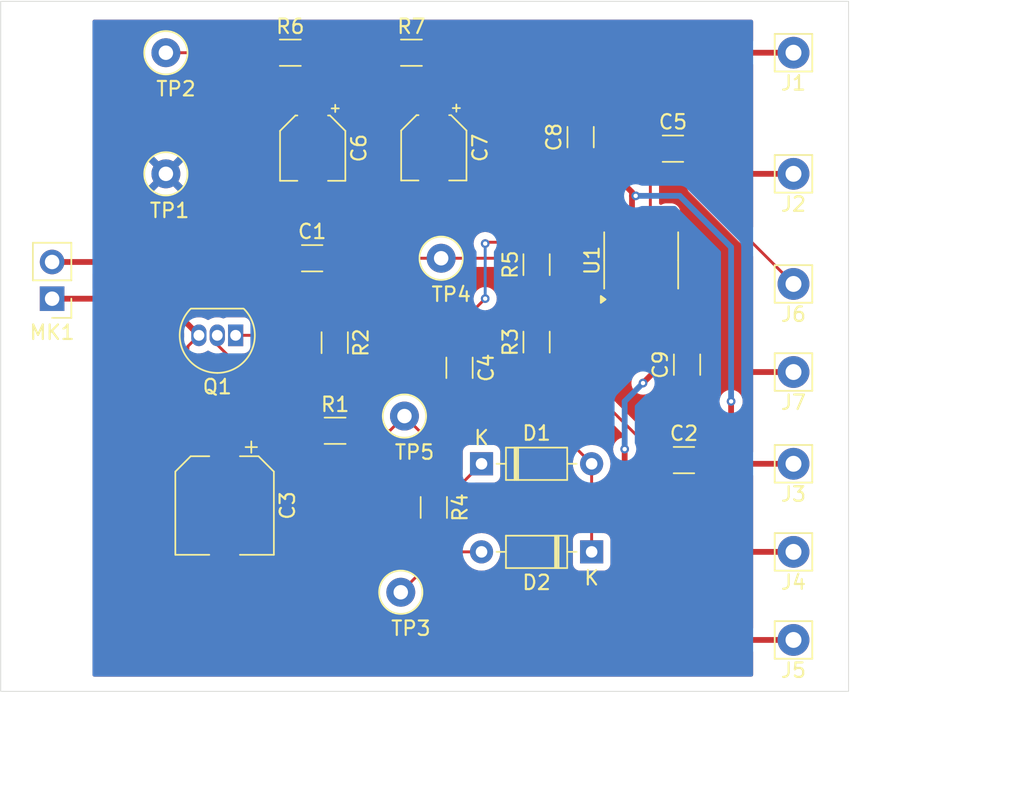
<source format=kicad_pcb>
(kicad_pcb (version 20240108) (generator "pcbnew") (generator_version "8.0")
  (layers (0 "F.Cu" signal) (31 "B.Cu" signal) (34 "B.Paste" user) (35 "F.Paste" user) (36 "B.SilkS" user "B.Silkscreen") (37 "F.SilkS" user "F.Silkscreen") (38 "B.Mask" user) (39 "F.Mask" user) (44 "Edge.Cuts" user))
  (net 0 "")
  (net 1 "Net-(Q1-C)")
  (net 2 "Net-(MK1-+)")
  (net 3 "GND")
  (net 4 "Net-(C2-Pad1)")
  (net 5 "Net-(D2-A)")
  (net 6 "Net-(D1-K)")
  (net 7 "Net-(D1-A)")
  (net 8 "Net-(C4-Pad1)")
  (net 9 "Net-(J6-Pin_1)")
  (net 10 "Net-(C6-Pad1)")
  (net 11 "+5V")
  (net 12 "+VDC")
  (net 13 "-VDC")
  (net 14 "Net-(Q1-B)")
  (net 15 "Net-(U1--)")
  (footprint "Diode_THT:D_DO-35_SOD27_P7.62mm_Horizontal" (layer "F.Cu") (at 103.124 62.992)
    (property "Reference" "D1" (at 3.81 -2.12 0) (layer "F.SilkS"))
    (property "Value" "1N4148")
    (fp_line (start 1.04 0) (end 1.69 0) (stroke (width 0.12)) (layer "F.SilkS"))
    (fp_line (start 1.69 -1.12) (end 1.69 1.12) (stroke (width 0.12)) (layer "F.SilkS"))
    (fp_line (start 1.69 1.12) (end 5.93 1.12) (stroke (width 0.12)) (layer "F.SilkS"))
    (fp_line (start 2.29 -1.12) (end 2.29 1.12) (stroke (width 0.12)) (layer "F.SilkS"))
    (fp_line (start 2.41 -1.12) (end 2.41 1.12) (stroke (width 0.12)) (layer "F.SilkS"))
    (fp_line (start 2.53 -1.12) (end 2.53 1.12) (stroke (width 0.12)) (layer "F.SilkS"))
    (fp_line (start 5.93 -1.12) (end 1.69 -1.12) (stroke (width 0.12)) (layer "F.SilkS"))
    (fp_line (start 5.93 1.12) (end 5.93 -1.12) (stroke (width 0.12)) (layer "F.SilkS"))
    (fp_line (start 6.58 0) (end 5.93 0) (stroke (width 0.12)) (layer "F.SilkS"))
    (fp_text user "K" (at 0 -1.8 0) (layer "F.SilkS"))
    (pad "1" thru_hole rect (at 0 0) (size 1.6 1.6) (drill 0.8) (layers "*.Cu" "*.Mask") (net 6 "Net-(D1-K)"))
    (pad "2" thru_hole oval (at 7.62 0) (size 1.6 1.6) (drill 0.8) (layers "*.Cu" "*.Mask") (net 7 "Net-(D1-A)"))
  )
  (footprint "Connector_Pin:Pin_D1.1mm_L8.5mm_W2.5mm_FlatFork" (layer "F.Cu") (at 124.714 69.088)
    (property "Reference" "J4" (at 0 2.1 0) (layer "F.SilkS"))
    (property "Value" "GND VDC")
    (fp_line (start -1.3 -1.3) (end 1.3 -1.3) (stroke (width 0.12)) (layer "F.SilkS"))
    (fp_line (start -1.3 1.3) (end -1.3 -1.3) (stroke (width 0.12)) (layer "F.SilkS"))
    (fp_line (start -1.3 1.3) (end 1.3 1.3) (stroke (width 0.12)) (layer "F.SilkS"))
    (fp_line (start 1.3 -1.3) (end 1.3 1.3) (stroke (width 0.12)) (layer "F.SilkS"))
    (pad "1" thru_hole circle (at 0 0) (size 2.2 2.2) (drill 1.1) (layers "*.Cu" "*.Mask") (net 3 "GND"))
  )
  (footprint "Connector_PinHeader_2.54mm:PinHeader_1x02_P2.54mm_Vertical" (layer "F.Cu") (at 73.406 51.567 180)
    (property "Reference" "MK1" (at 0 -2.33 0) (layer "F.SilkS"))
    (property "Value" "~")
    (fp_line (start 1.33 1.27) (end 1.33 3.87) (stroke (width 0.12)) (layer "F.SilkS"))
    (fp_line (start -1.33 3.87) (end 1.33 3.87) (stroke (width 0.12)) (layer "F.SilkS"))
    (fp_line (start -1.33 1.27) (end 1.33 1.27) (stroke (width 0.12)) (layer "F.SilkS"))
    (fp_line (start -1.33 1.27) (end -1.33 3.87) (stroke (width 0.12)) (layer "F.SilkS"))
    (fp_line (start -1.33 0) (end -1.33 -1.33) (stroke (width 0.12)) (layer "F.SilkS"))
    (fp_line (start -1.33 -1.33) (end 0 -1.33) (stroke (width 0.12)) (layer "F.SilkS"))
    (pad "1" thru_hole rect (at 0 0 180) (size 1.7 1.7) (drill 1) (layers "*.Cu" "*.Mask") (net 5 "Net-(D2-A)"))
    (pad "2" thru_hole oval (at 0 2.54 180) (size 1.7 1.7) (drill 1) (layers "*.Cu" "*.Mask") (net 2 "Net-(MK1-+)"))
  )
  (footprint "TestPoint:TestPoint_Loop_D2.50mm_Drill1.0mm" (layer "F.Cu") (at 100.33 48.768)
    (property "Reference" "TP4" (at 0.7 2.5 0) (layer "F.SilkS"))
    (property "Value" "MK +")
    (fp_circle (center 0 0) (end 1.5 0) (stroke (width 0.12)) (fill none) (layer "F.SilkS"))
    (pad "1" thru_hole circle (at 0 0) (size 2 2) (drill 1) (layers "*.Cu" "*.Mask") (net 1 "Net-(Q1-C)"))
  )
  (footprint "Resistor_SMD:R_1206_3216Metric_Pad1.30x1.75mm_HandSolder" (layer "F.Cu") (at 99.822 66.014 -90)
    (property "Reference" "R4" (at 0 -1.82 90) (layer "F.SilkS"))
    (property "Value" "10k")
    (fp_line (start -0.727064 0.91) (end 0.727064 0.91) (stroke (width 0.12)) (layer "F.SilkS"))
    (fp_line (start -0.727064 -0.91) (end 0.727064 -0.91) (stroke (width 0.12)) (layer "F.SilkS"))
    (pad "1" smd roundrect (at -1.55 0 270) (size 1.3 1.75) (layers "F.Cu" "F.Paste" "F.Mask") (roundrect_rratio 0.192308) (net 6 "Net-(D1-K)"))
    (pad "2" smd roundrect (at 1.55 0 270) (size 1.3 1.75) (layers "F.Cu" "F.Paste" "F.Mask") (roundrect_rratio 0.192308) (net 5 "Net-(D2-A)"))
  )
  (footprint "Capacitor_SMD:C_1206_3216Metric_Pad1.33x1.80mm_HandSolder" (layer "F.Cu") (at 116.3705 41.1865)
    (property "Reference" "C5" (at 0 -1.85 0) (layer "F.SilkS"))
    (property "Value" "2.2uF")
    (fp_line (start -0.711252 -0.91) (end 0.711252 -0.91) (stroke (width 0.12)) (layer "F.SilkS"))
    (fp_line (start -0.711252 0.91) (end 0.711252 0.91) (stroke (width 0.12)) (layer "F.SilkS"))
    (pad "1" smd roundrect (at -1.5625 0) (size 1.325 1.8) (layers "F.Cu" "F.Paste" "F.Mask") (roundrect_rratio 0.188679) (net 8 "Net-(C4-Pad1)"))
    (pad "2" smd roundrect (at 1.5625 0) (size 1.325 1.8) (layers "F.Cu" "F.Paste" "F.Mask") (roundrect_rratio 0.188679) (net 9 "Net-(J6-Pin_1)"))
  )
  (footprint "TestPoint:TestPoint_Loop_D2.50mm_Drill1.0mm" (layer "F.Cu") (at 81.28 34.544)
    (property "Reference" "TP2" (at 0.7 2.5 0) (layer "F.SilkS"))
    (property "Value" "MK Power")
    (fp_circle (center 0 0) (end 1.5 0) (stroke (width 0.12)) (fill none) (layer "F.SilkS"))
    (pad "1" thru_hole circle (at 0 0) (size 2 2) (drill 1) (layers "*.Cu" "*.Mask") (net 2 "Net-(MK1-+)"))
  )
  (footprint "TestPoint:TestPoint_Loop_D2.50mm_Drill1.0mm" (layer "F.Cu") (at 97.536 71.882)
    (property "Reference" "TP3" (at 0.7 2.5 0) (layer "F.SilkS"))
    (property "Value" "MK -")
    (fp_circle (center 0 0) (end 1.5 0) (stroke (width 0.12)) (fill none) (layer "F.SilkS"))
    (pad "1" thru_hole circle (at 0 0) (size 2 2) (drill 1) (layers "*.Cu" "*.Mask") (net 5 "Net-(D2-A)"))
  )
  (footprint "Resistor_SMD:R_1206_3216Metric_Pad1.30x1.75mm_HandSolder" (layer "F.Cu") (at 106.934 49.2115 90)
    (property "Reference" "R5" (at 0 -1.82 90) (layer "F.SilkS"))
    (property "Value" "1M")
    (fp_line (start -0.727064 -0.91) (end 0.727064 -0.91) (stroke (width 0.12)) (layer "F.SilkS"))
    (fp_line (start -0.727064 0.91) (end 0.727064 0.91) (stroke (width 0.12)) (layer "F.SilkS"))
    (pad "1" smd roundrect (at -1.55 0 90) (size 1.3 1.75) (layers "F.Cu" "F.Paste" "F.Mask") (roundrect_rratio 0.192308) (net 15 "Net-(U1--)"))
    (pad "2" smd roundrect (at 1.55 0 90) (size 1.3 1.75) (layers "F.Cu" "F.Paste" "F.Mask") (roundrect_rratio 0.192308) (net 8 "Net-(C4-Pad1)"))
  )
  (footprint "Capacitor_SMD:C_1206_3216Metric_Pad1.33x1.80mm_HandSolder" (layer "F.Cu") (at 117.1325 62.738)
    (property "Reference" "C2" (at 0 -1.85 0) (layer "F.SilkS"))
    (property "Value" "2.2uF")
    (fp_line (start -0.711252 -0.91) (end 0.711252 -0.91) (stroke (width 0.12)) (layer "F.SilkS"))
    (fp_line (start -0.711252 0.91) (end 0.711252 0.91) (stroke (width 0.12)) (layer "F.SilkS"))
    (pad "1" smd roundrect (at -1.5625 0) (size 1.325 1.8) (layers "F.Cu" "F.Paste" "F.Mask") (roundrect_rratio 0.188679) (net 4 "Net-(C2-Pad1)"))
    (pad "2" smd roundrect (at 1.5625 0) (size 1.325 1.8) (layers "F.Cu" "F.Paste" "F.Mask") (roundrect_rratio 0.188679) (net 3 "GND"))
  )
  (footprint "Connector_Pin:Pin_D1.1mm_L8.5mm_W2.5mm_FlatFork" (layer "F.Cu") (at 124.714 50.546)
    (property "Reference" "J6" (at 0 2.1 0) (layer "F.SilkS"))
    (property "Value" "Output")
    (fp_line (start -1.3 -1.3) (end 1.3 -1.3) (stroke (width 0.12)) (layer "F.SilkS"))
    (fp_line (start -1.3 1.3) (end -1.3 -1.3) (stroke (width 0.12)) (layer "F.SilkS"))
    (fp_line (start -1.3 1.3) (end 1.3 1.3) (stroke (width 0.12)) (layer "F.SilkS"))
    (fp_line (start 1.3 -1.3) (end 1.3 1.3) (stroke (width 0.12)) (layer "F.SilkS"))
    (pad "1" thru_hole circle (at 0 0) (size 2.2 2.2) (drill 1.1) (layers "*.Cu" "*.Mask") (net 9 "Net-(J6-Pin_1)"))
  )
  (footprint "Capacitor_SMD:C_1206_3216Metric_Pad1.33x1.80mm_HandSolder" (layer "F.Cu") (at 101.6 56.3495 -90)
    (property "Reference" "C4" (at 0 -1.85 90) (layer "F.SilkS"))
    (property "Value" "2.2uF")
    (fp_line (start -0.711252 0.91) (end 0.711252 0.91) (stroke (width 0.12)) (layer "F.SilkS"))
    (fp_line (start -0.711252 -0.91) (end 0.711252 -0.91) (stroke (width 0.12)) (layer "F.SilkS"))
    (pad "1" smd roundrect (at -1.5625 0 270) (size 1.325 1.8) (layers "F.Cu" "F.Paste" "F.Mask") (roundrect_rratio 0.188679) (net 8 "Net-(C4-Pad1)"))
    (pad "2" smd roundrect (at 1.5625 0 270) (size 1.325 1.8) (layers "F.Cu" "F.Paste" "F.Mask") (roundrect_rratio 0.188679) (net 7 "Net-(D1-A)"))
  )
  (footprint "TestPoint:TestPoint_Loop_D2.50mm_Drill1.0mm" (layer "F.Cu") (at 81.28 42.926)
    (property "Reference" "TP1" (at 0.254 2.54 0) (layer "F.SilkS"))
    (property "Value" "MK Power GND")
    (fp_circle (center 0 0) (end 1.5 0) (stroke (width 0.12)) (fill none) (layer "F.SilkS"))
    (pad "1" thru_hole circle (at 0 0) (size 2 2) (drill 1) (layers "*.Cu" "*.Mask") (net 3 "GND"))
  )
  (footprint "Capacitor_SMD:CP_Elec_4x5.4" (layer "F.Cu") (at 99.822 41.126 -90)
    (property "Reference" "C7" (at 0 -3.2 90) (layer "F.SilkS"))
    (property "Value" "2.2uF")
    (fp_line (start -1.195563 2.26) (end 2.26 2.26) (stroke (width 0.12)) (layer "F.SilkS"))
    (fp_line (start 2.26 2.26) (end 2.26 1.06) (stroke (width 0.12)) (layer "F.SilkS"))
    (fp_line (start -2.26 1.195563) (end -1.195563 2.26) (stroke (width 0.12)) (layer "F.SilkS"))
    (fp_line (start -2.26 1.195563) (end -2.26 1.06) (stroke (width 0.12)) (layer "F.SilkS"))
    (fp_line (start -2.26 -1.195563) (end -2.26 -1.06) (stroke (width 0.12)) (layer "F.SilkS"))
    (fp_line (start -2.26 -1.195563) (end -1.195563 -2.26) (stroke (width 0.12)) (layer "F.SilkS"))
    (fp_line (start -3 -1.56) (end -2.5 -1.56) (stroke (width 0.12)) (layer "F.SilkS"))
    (fp_line (start -2.75 -1.81) (end -2.75 -1.31) (stroke (width 0.12)) (layer "F.SilkS"))
    (fp_line (start -1.195563 -2.26) (end 2.26 -2.26) (stroke (width 0.12)) (layer "F.SilkS"))
    (fp_line (start 2.26 -2.26) (end 2.26 -1.06) (stroke (width 0.12)) (layer "F.SilkS"))
    (pad "1" smd roundrect (at -1.8 0 270) (size 2.6 1.6) (layers "F.Cu" "F.Paste" "F.Mask") (roundrect_rratio 0.15625) (net 11 "+5V"))
    (pad "2" smd roundrect (at 1.8 0 270) (size 2.6 1.6) (layers "F.Cu" "F.Paste" "F.Mask") (roundrect_rratio 0.15625) (net 3 "GND"))
  )
  (footprint "Connector_Pin:Pin_D1.1mm_L8.5mm_W2.5mm_FlatFork" (layer "F.Cu") (at 124.714 42.926)
    (property "Reference" "J2" (at 0 2.1 0) (layer "F.SilkS"))
    (property "Value" "GND")
    (fp_line (start -1.3 -1.3) (end 1.3 -1.3) (stroke (width 0.12)) (layer "F.SilkS"))
    (fp_line (start -1.3 1.3) (end -1.3 -1.3) (stroke (width 0.12)) (layer "F.SilkS"))
    (fp_line (start -1.3 1.3) (end 1.3 1.3) (stroke (width 0.12)) (layer "F.SilkS"))
    (fp_line (start 1.3 -1.3) (end 1.3 1.3) (stroke (width 0.12)) (layer "F.SilkS"))
    (pad "1" thru_hole circle (at 0 0) (size 2.2 2.2) (drill 1.1) (layers "*.Cu" "*.Mask") (net 3 "GND"))
  )
  (footprint "Package_SO:SOIC-8_3.9x4.9mm_P1.27mm" (layer "F.Cu") (at 114.173 48.9185 90)
    (property "Reference" "U1" (at 0 -3.4 90) (layer "F.SilkS"))
    (property "Value" "CA3140")
    (fp_line (start 0 -2.56) (end 1.95 -2.56) (stroke (width 0.12)) (layer "F.SilkS"))
    (fp_line (start 0 -2.56) (end -1.95 -2.56) (stroke (width 0.12)) (layer "F.SilkS"))
    (fp_line (start 0 2.56) (end 1.95 2.56) (stroke (width 0.12)) (layer "F.SilkS"))
    (fp_line (start 0 2.56) (end -1.95 2.56) (stroke (width 0.12)) (layer "F.SilkS"))
    (fp_poly (pts (xy -2.7 -2.465) (xy -2.94 -2.795) (xy -2.46 -2.795) (xy -2.7 -2.465)) (stroke (width 0.12)) (fill solid) (layer "F.SilkS"))
    (pad "1" smd roundrect (at -2.475 -1.905 90) (size 1.95 0.6) (layers "F.Cu" "F.Paste" "F.Mask"))
    (pad "2" smd roundrect (at -2.475 -0.635 90) (size 1.95 0.6) (layers "F.Cu" "F.Paste" "F.Mask") (net 15 "Net-(U1--)"))
    (pad "3" smd roundrect (at -2.475 0.635 90) (size 1.95 0.6) (layers "F.Cu" "F.Paste" "F.Mask") (net 1 "Net-(Q1-C)"))
    (pad "4" smd roundrect (at -2.475 1.905 90) (size 1.95 0.6) (layers "F.Cu" "F.Paste" "F.Mask") (net 13 "-VDC"))
    (pad "5" smd roundrect (at 2.475 1.905 90) (size 1.95 0.6) (layers "F.Cu" "F.Paste" "F.Mask"))
    (pad "6" smd roundrect (at 2.475 0.635 90) (size 1.95 0.6) (layers "F.Cu" "F.Paste" "F.Mask") (net 8 "Net-(C4-Pad1)"))
    (pad "7" smd roundrect (at 2.475 -0.635 90) (size 1.95 0.6) (layers "F.Cu" "F.Paste" "F.Mask") (net 12 "+VDC"))
    (pad "8" smd roundrect (at 2.475 -1.905 90) (size 1.95 0.6) (layers "F.Cu" "F.Paste" "F.Mask"))
  )
  (footprint "Capacitor_SMD:C_1206_3216Metric_Pad1.33x1.80mm_HandSolder" (layer "F.Cu") (at 109.982 40.386 90)
    (property "Reference" "C8" (at 0 -1.85 90) (layer "F.SilkS"))
    (property "Value" "0.1uF")
    (fp_line (start -0.711252 -0.91) (end 0.711252 -0.91) (stroke (width 0.12)) (layer "F.SilkS"))
    (fp_line (start -0.711252 0.91) (end 0.711252 0.91) (stroke (width 0.12)) (layer "F.SilkS"))
    (pad "1" smd roundrect (at -1.5625 0 90) (size 1.325 1.8) (layers "F.Cu" "F.Paste" "F.Mask") (roundrect_rratio 0.188679) (net 12 "+VDC"))
    (pad "2" smd roundrect (at 1.5625 0 90) (size 1.325 1.8) (layers "F.Cu" "F.Paste" "F.Mask") (roundrect_rratio 0.188679) (net 3 "GND"))
  )
  (footprint "Connector_Pin:Pin_D1.1mm_L8.5mm_W2.5mm_FlatFork" (layer "F.Cu") (at 124.714 34.544)
    (property "Reference" "J1" (at 0 2.1 0) (layer "F.SilkS"))
    (property "Value" "5V")
    (fp_line (start -1.3 -1.3) (end 1.3 -1.3) (stroke (width 0.12)) (layer "F.SilkS"))
    (fp_line (start -1.3 1.3) (end -1.3 -1.3) (stroke (width 0.12)) (layer "F.SilkS"))
    (fp_line (start -1.3 1.3) (end 1.3 1.3) (stroke (width 0.12)) (layer "F.SilkS"))
    (fp_line (start 1.3 -1.3) (end 1.3 1.3) (stroke (width 0.12)) (layer "F.SilkS"))
    (pad "1" thru_hole circle (at 0 0) (size 2.2 2.2) (drill 1.1) (layers "*.Cu" "*.Mask") (net 11 "+5V"))
  )
  (footprint "Connector_Pin:Pin_D1.1mm_L8.5mm_W2.5mm_FlatFork" (layer "F.Cu") (at 124.714 62.992)
    (property "Reference" "J3" (at 0 2.1 0) (layer "F.SilkS"))
    (property "Value" "+VDC")
    (fp_line (start -1.3 -1.3) (end 1.3 -1.3) (stroke (width 0.12)) (layer "F.SilkS"))
    (fp_line (start -1.3 1.3) (end -1.3 -1.3) (stroke (width 0.12)) (layer "F.SilkS"))
    (fp_line (start -1.3 1.3) (end 1.3 1.3) (stroke (width 0.12)) (layer "F.SilkS"))
    (fp_line (start 1.3 -1.3) (end 1.3 1.3) (stroke (width 0.12)) (layer "F.SilkS"))
    (pad "1" thru_hole circle (at 0 0) (size 2.2 2.2) (drill 1.1) (layers "*.Cu" "*.Mask") (net 12 "+VDC"))
  )
  (footprint "Resistor_SMD:R_1206_3216Metric_Pad1.30x1.75mm_HandSolder" (layer "F.Cu") (at 106.934 54.5715 90)
    (property "Reference" "R3" (at 0 -1.82 90) (layer "F.SilkS"))
    (property "Value" "3.3k")
    (fp_line (start -0.727064 -0.91) (end 0.727064 -0.91) (stroke (width 0.12)) (layer "F.SilkS"))
    (fp_line (start -0.727064 0.91) (end 0.727064 0.91) (stroke (width 0.12)) (layer "F.SilkS"))
    (pad "1" smd roundrect (at -1.55 0 90) (size 1.3 1.75) (layers "F.Cu" "F.Paste" "F.Mask") (roundrect_rratio 0.192308) (net 4 "Net-(C2-Pad1)"))
    (pad "2" smd roundrect (at 1.55 0 90) (size 1.3 1.75) (layers "F.Cu" "F.Paste" "F.Mask") (roundrect_rratio 0.192308) (net 15 "Net-(U1--)"))
  )
  (footprint "Capacitor_SMD:CP_Elec_6.3x7.7" (layer "F.Cu") (at 85.344 65.88 -90)
    (property "Reference" "C3" (at 0 -4.35 90) (layer "F.SilkS"))
    (property "Value" "47uF")
    (fp_line (start -2.345563 3.41) (end 3.41 3.41) (stroke (width 0.12)) (layer "F.SilkS"))
    (fp_line (start 3.41 3.41) (end 3.41 1.06) (stroke (width 0.12)) (layer "F.SilkS"))
    (fp_line (start -3.41 2.345563) (end -2.345563 3.41) (stroke (width 0.12)) (layer "F.SilkS"))
    (fp_line (start -3.41 2.345563) (end -3.41 1.06) (stroke (width 0.12)) (layer "F.SilkS"))
    (fp_line (start -4.4375 -1.8475) (end -3.65 -1.8475) (stroke (width 0.12)) (layer "F.SilkS"))
    (fp_line (start -4.04375 -2.24125) (end -4.04375 -1.45375) (stroke (width 0.12)) (layer "F.SilkS"))
    (fp_line (start -3.41 -2.345563) (end -3.41 -1.06) (stroke (width 0.12)) (layer "F.SilkS"))
    (fp_line (start -3.41 -2.345563) (end -2.345563 -3.41) (stroke (width 0.12)) (layer "F.SilkS"))
    (fp_line (start -2.345563 -3.41) (end 3.41 -3.41) (stroke (width 0.12)) (layer "F.SilkS"))
    (fp_line (start 3.41 -3.41) (end 3.41 -1.06) (stroke (width 0.12)) (layer "F.SilkS"))
    (pad "1" smd roundrect (at -2.7 0 270) (size 3.5 1.6) (layers "F.Cu" "F.Paste" "F.Mask") (roundrect_rratio 0.15625) (net 6 "Net-(D1-K)"))
    (pad "2" smd roundrect (at 2.7 0 270) (size 3.5 1.6) (layers "F.Cu" "F.Paste" "F.Mask") (roundrect_rratio 0.15625) (net 5 "Net-(D2-A)"))
  )
  (footprint "Capacitor_SMD:CP_Elec_4x5.4" (layer "F.Cu") (at 91.44 41.148 -90)
    (property "Reference" "C6" (at 0 -3.2 90) (layer "F.SilkS"))
    (property "Value" "2.2uF")
    (fp_line (start -1.195563 2.26) (end 2.26 2.26) (stroke (width 0.12)) (layer "F.SilkS"))
    (fp_line (start 2.26 2.26) (end 2.26 1.06) (stroke (width 0.12)) (layer "F.SilkS"))
    (fp_line (start -2.26 1.195563) (end -1.195563 2.26) (stroke (width 0.12)) (layer "F.SilkS"))
    (fp_line (start -2.26 1.195563) (end -2.26 1.06) (stroke (width 0.12)) (layer "F.SilkS"))
    (fp_line (start -2.26 -1.195563) (end -2.26 -1.06) (stroke (width 0.12)) (layer "F.SilkS"))
    (fp_line (start -2.26 -1.195563) (end -1.195563 -2.26) (stroke (width 0.12)) (layer "F.SilkS"))
    (fp_line (start -3 -1.56) (end -2.5 -1.56) (stroke (width 0.12)) (layer "F.SilkS"))
    (fp_line (start -2.75 -1.81) (end -2.75 -1.31) (stroke (width 0.12)) (layer "F.SilkS"))
    (fp_line (start -1.195563 -2.26) (end 2.26 -2.26) (stroke (width 0.12)) (layer "F.SilkS"))
    (fp_line (start 2.26 -2.26) (end 2.26 -1.06) (stroke (width 0.12)) (layer "F.SilkS"))
    (pad "1" smd roundrect (at -1.8 0 270) (size 2.6 1.6) (layers "F.Cu" "F.Paste" "F.Mask") (roundrect_rratio 0.15625) (net 10 "Net-(C6-Pad1)"))
    (pad "2" smd roundrect (at 1.8 0 270) (size 2.6 1.6) (layers "F.Cu" "F.Paste" "F.Mask") (roundrect_rratio 0.15625) (net 3 "GND"))
  )
  (footprint "Connector_Pin:Pin_D1.1mm_L8.5mm_W2.5mm_FlatFork" (layer "F.Cu") (at 124.714 56.642)
    (property "Reference" "J7" (at 0 2.1 0) (layer "F.SilkS"))
    (property "Value" "GND Output")
    (fp_line (start -1.3 -1.3) (end 1.3 -1.3) (stroke (width 0.12)) (layer "F.SilkS"))
    (fp_line (start -1.3 1.3) (end -1.3 -1.3) (stroke (width 0.12)) (layer "F.SilkS"))
    (fp_line (start -1.3 1.3) (end 1.3 1.3) (stroke (width 0.12)) (layer "F.SilkS"))
    (fp_line (start 1.3 -1.3) (end 1.3 1.3) (stroke (width 0.12)) (layer "F.SilkS"))
    (pad "1" thru_hole circle (at 0 0) (size 2.2 2.2) (drill 1.1) (layers "*.Cu" "*.Mask") (net 3 "GND"))
  )
  (footprint "Connector_Pin:Pin_D1.1mm_L8.5mm_W2.5mm_FlatFork" (layer "F.Cu") (at 124.714 75.184)
    (property "Reference" "J5" (at 0 2.1 0) (layer "F.SilkS"))
    (property "Value" "-VDC")
    (fp_line (start -1.3 -1.3) (end 1.3 -1.3) (stroke (width 0.12)) (layer "F.SilkS"))
    (fp_line (start -1.3 1.3) (end -1.3 -1.3) (stroke (width 0.12)) (layer "F.SilkS"))
    (fp_line (start -1.3 1.3) (end 1.3 1.3) (stroke (width 0.12)) (layer "F.SilkS"))
    (fp_line (start 1.3 -1.3) (end 1.3 1.3) (stroke (width 0.12)) (layer "F.SilkS"))
    (pad "1" thru_hole circle (at 0 0) (size 2.2 2.2) (drill 1.1) (layers "*.Cu" "*.Mask") (net 13 "-VDC"))
  )
  (footprint "Resistor_SMD:R_1206_3216Metric_Pad1.30x1.75mm_HandSolder" (layer "F.Cu") (at 92.964 54.61 -90)
    (property "Reference" "R2" (at 0 -1.82 90) (layer "F.SilkS"))
    (property "Value" "100k")
    (fp_line (start -0.727064 0.91) (end 0.727064 0.91) (stroke (width 0.12)) (layer "F.SilkS"))
    (fp_line (start -0.727064 -0.91) (end 0.727064 -0.91) (stroke (width 0.12)) (layer "F.SilkS"))
    (pad "1" smd roundrect (at -1.55 0 270) (size 1.3 1.75) (layers "F.Cu" "F.Paste" "F.Mask") (roundrect_rratio 0.192308) (net 1 "Net-(Q1-C)"))
    (pad "2" smd roundrect (at 1.55 0 270) (size 1.3 1.75) (layers "F.Cu" "F.Paste" "F.Mask") (roundrect_rratio 0.192308) (net 3 "GND"))
  )
  (footprint "Capacitor_SMD:C_1206_3216Metric_Pad1.33x1.80mm_HandSolder" (layer "F.Cu") (at 117.348 56.134 90)
    (property "Reference" "C9" (at 0 -1.85 90) (layer "F.SilkS"))
    (property "Value" "0.1uF")
    (fp_line (start -0.711252 -0.91) (end 0.711252 -0.91) (stroke (width 0.12)) (layer "F.SilkS"))
    (fp_line (start -0.711252 0.91) (end 0.711252 0.91) (stroke (width 0.12)) (layer "F.SilkS"))
    (pad "1" smd roundrect (at -1.5625 0 90) (size 1.325 1.8) (layers "F.Cu" "F.Paste" "F.Mask") (roundrect_rratio 0.188679) (net 3 "GND"))
    (pad "2" smd roundrect (at 1.5625 0 90) (size 1.325 1.8) (layers "F.Cu" "F.Paste" "F.Mask") (roundrect_rratio 0.188679) (net 13 "-VDC"))
  )
  (footprint "Resistor_SMD:R_1206_3216Metric_Pad1.30x1.75mm_HandSolder" (layer "F.Cu") (at 89.89 34.544)
    (property "Reference" "R6" (at 0 -1.82 0) (layer "F.SilkS"))
    (property "Value" "10k")
    (fp_line (start -0.727064 -0.91) (end 0.727064 -0.91) (stroke (width 0.12)) (layer "F.SilkS"))
    (fp_line (start -0.727064 0.91) (end 0.727064 0.91) (stroke (width 0.12)) (layer "F.SilkS"))
    (pad "1" smd roundrect (at -1.55 0) (size 1.3 1.75) (layers "F.Cu" "F.Paste" "F.Mask") (roundrect_rratio 0.192308) (net 2 "Net-(MK1-+)"))
    (pad "2" smd roundrect (at 1.55 0) (size 1.3 1.75) (layers "F.Cu" "F.Paste" "F.Mask") (roundrect_rratio 0.192308) (net 10 "Net-(C6-Pad1)"))
  )
  (footprint "Capacitor_SMD:C_1206_3216Metric_Pad1.33x1.80mm_HandSolder" (layer "F.Cu") (at 91.4015 48.768)
    (property "Reference" "C1" (at 0 -1.85 0) (layer "F.SilkS"))
    (property "Value" "2.2uF")
    (fp_line (start -0.711252 -0.91) (end 0.711252 -0.91) (stroke (width 0.12)) (layer "F.SilkS"))
    (fp_line (start -0.711252 0.91) (end 0.711252 0.91) (stroke (width 0.12)) (layer "F.SilkS"))
    (pad "1" smd roundrect (at -1.5625 0) (size 1.325 1.8) (layers "F.Cu" "F.Paste" "F.Mask") (roundrect_rratio 0.188679) (net 2 "Net-(MK1-+)"))
    (pad "2" smd roundrect (at 1.5625 0) (size 1.325 1.8) (layers "F.Cu" "F.Paste" "F.Mask") (roundrect_rratio 0.188679) (net 1 "Net-(Q1-C)"))
  )
  (footprint "Diode_THT:D_DO-35_SOD27_P7.62mm_Horizontal" (layer "F.Cu") (at 110.744 69.088 180)
    (property "Reference" "D2" (at 3.81 -2.12 0) (layer "F.SilkS"))
    (property "Value" "1N4148")
    (fp_line (start 6.58 0) (end 5.93 0) (stroke (width 0.12)) (layer "F.SilkS"))
    (fp_line (start 5.93 1.12) (end 5.93 -1.12) (stroke (width 0.12)) (layer "F.SilkS"))
    (fp_line (start 5.93 -1.12) (end 1.69 -1.12) (stroke (width 0.12)) (layer "F.SilkS"))
    (fp_line (start 2.53 -1.12) (end 2.53 1.12) (stroke (width 0.12)) (layer "F.SilkS"))
    (fp_line (start 2.41 -1.12) (end 2.41 1.12) (stroke (width 0.12)) (layer "F.SilkS"))
    (fp_line (start 2.29 -1.12) (end 2.29 1.12) (stroke (width 0.12)) (layer "F.SilkS"))
    (fp_line (start 1.69 1.12) (end 5.93 1.12) (stroke (width 0.12)) (layer "F.SilkS"))
    (fp_line (start 1.69 -1.12) (end 1.69 1.12) (stroke (width 0.12)) (layer "F.SilkS"))
    (fp_line (start 1.04 0) (end 1.69 0) (stroke (width 0.12)) (layer "F.SilkS"))
    (fp_text user "K" (at 0 -1.8 0) (layer "F.SilkS"))
    (pad "1" thru_hole rect (at 0 0 180) (size 1.6 1.6) (drill 0.8) (layers "*.Cu" "*.Mask") (net 7 "Net-(D1-A)"))
    (pad "2" thru_hole oval (at 7.62 0 180) (size 1.6 1.6) (drill 0.8) (layers "*.Cu" "*.Mask") (net 5 "Net-(D2-A)"))
  )
  (footprint "Resistor_SMD:R_1206_3216Metric_Pad1.30x1.75mm_HandSolder" (layer "F.Cu") (at 92.99 60.706)
    (property "Reference" "R1" (at 0 -1.82 0) (layer "F.SilkS"))
    (property "Value" "10k")
    (fp_line (start -0.727064 -0.91) (end 0.727064 -0.91) (stroke (width 0.12)) (layer "F.SilkS"))
    (fp_line (start -0.727064 0.91) (end 0.727064 0.91) (stroke (width 0.12)) (layer "F.SilkS"))
    (pad "1" smd roundrect (at -1.55 0) (size 1.3 1.75) (layers "F.Cu" "F.Paste" "F.Mask") (roundrect_rratio 0.192308) (net 14 "Net-(Q1-B)"))
    (pad "2" smd roundrect (at 1.55 0) (size 1.3 1.75) (layers "F.Cu" "F.Paste" "F.Mask") (roundrect_rratio 0.192308) (net 6 "Net-(D1-K)"))
  )
  (footprint "Resistor_SMD:R_1206_3216Metric_Pad1.30x1.75mm_HandSolder" (layer "F.Cu") (at 98.272 34.544)
    (property "Reference" "R7" (at 0 -1.82 0) (layer "F.SilkS"))
    (property "Value" "10k")
    (fp_line (start -0.727064 -0.91) (end 0.727064 -0.91) (stroke (width 0.12)) (layer "F.SilkS"))
    (fp_line (start -0.727064 0.91) (end 0.727064 0.91) (stroke (width 0.12)) (layer "F.SilkS"))
    (pad "1" smd roundrect (at -1.55 0) (size 1.3 1.75) (layers "F.Cu" "F.Paste" "F.Mask") (roundrect_rratio 0.192308) (net 10 "Net-(C6-Pad1)"))
    (pad "2" smd roundrect (at 1.55 0) (size 1.3 1.75) (layers "F.Cu" "F.Paste" "F.Mask") (roundrect_rratio 0.192308) (net 11 "+5V"))
  )
  (footprint "Package_TO_SOT_THT:TO-92_Inline" (layer "F.Cu") (at 86.106 54.102 180)
    (property "Reference" "Q1" (at 1.27 -3.56 0) (layer "F.SilkS"))
    (property "Value" "BC547")
    (fp_line (start -0.53 1.85) (end 3.07 1.85) (stroke (width 0.12)) (layer "F.SilkS"))
    (fp_arc (start 1.27 -2.6) (mid 3.672087 -0.994977) (end 3.108478 1.838478) (stroke (width 0.12)) (layer "F.SilkS"))
    (fp_arc (start -0.568478 1.838478) (mid -1.132087 -0.994977) (end 1.27 -2.6) (stroke (width 0.12)) (layer "F.SilkS"))
    (pad "1" thru_hole rect (at 0 0 180) (size 1.05 1.5) (drill 0.75) (layers "*.Cu" "*.Mask") (net 1 "Net-(Q1-C)"))
    (pad "2" thru_hole oval (at 1.27 0 180) (size 1.05 1.5) (drill 0.75) (layers "*.Cu" "*.Mask") (net 14 "Net-(Q1-B)"))
    (pad "3" thru_hole oval (at 2.54 0 180) (size 1.05 1.5) (drill 0.75) (layers "*.Cu" "*.Mask") (net 5 "Net-(D2-A)"))
  )
  (footprint "TestPoint:TestPoint_Loop_D2.50mm_Drill1.0mm" (layer "F.Cu") (at 97.79 59.69)
    (property "Reference" "TP5" (at 0.7 2.5 0) (layer "F.SilkS"))
    (property "Value" "Q Output")
    (fp_circle (center 0 0) (end 1.5 0) (stroke (width 0.12)) (fill none) (layer "F.SilkS"))
    (pad "1" thru_hole circle (at 0 0) (size 2 2) (drill 1) (layers "*.Cu" "*.Mask") (net 6 "Net-(D1-K)"))
  )
  (gr_rect (start 69.85 30.988) (end 128.524 78.74) (stroke (width 0.05)) (fill none) (layer "Edge.Cuts"))
  (segment (start 105.156 49.276) (end 113.665499 49.276) (width 0.2) (layer "F.Cu") (net 1))
  (segment (start 92.964 48.768) (end 100.33 48.768) (width 0.2) (layer "F.Cu") (net 1))
  (segment (start 114.808 50.418501) (end 114.808 51.3935) (width 0.2) (layer "F.Cu") (net 1))
  (segment (start 89.408 54.102) (end 90.424 53.086) (width 0.2) (layer "F.Cu") (net 1))
  (segment (start 90.678 53.086) (end 90.704 53.06) (width 0.2) (layer "F.Cu") (net 1))
  (segment (start 100.33 48.768) (end 104.648 48.768) (width 0.2) (layer "F.Cu") (net 1))
  (segment (start 86.106 54.102) (end 89.408 54.102) (width 0.2) (layer "F.Cu") (net 1))
  (segment (start 90.424 53.086) (end 90.678 53.086) (width 0.2) (layer "F.Cu") (net 1))
  (segment (start 92.964 53.06) (end 92.964 48.768) (width 0.2) (layer "F.Cu") (net 1))
  (segment (start 113.665499 49.276) (end 114.808 50.418501) (width 0.2) (layer "F.Cu") (net 1))
  (segment (start 104.648 48.768) (end 105.156 49.276) (width 0.2) (layer "F.Cu") (net 1))
  (segment (start 90.704 53.06) (end 92.964 53.06) (width 0.2) (layer "F.Cu") (net 1))
  (segment (start 89.839 46.405) (end 88.34 44.906) (width 0.4) (layer "F.Cu") (net 2))
  (segment (start 89.58 49.027) (end 89.839 48.768) (width 0.2) (layer "F.Cu") (net 2))
  (segment (start 73.406 49.027) (end 89.58 49.027) (width 0.4) (layer "F.Cu") (net 2))
  (segment (start 84.836 34.544) (end 81.28 34.544) (width 0.2) (layer "F.Cu") (net 2))
  (segment (start 89.839 48.768) (end 89.839 46.405) (width 0.4) (layer "F.Cu") (net 2))
  (segment (start 88.34 34.544) (end 84.836 34.544) (width 0.2) (layer "F.Cu") (net 2))
  (segment (start 88.34 44.906) (end 88.34 34.544) (width 0.4) (layer "F.Cu") (net 2))
  (segment (start 121.412 42.926) (end 119.888 41.402) (width 0.4) (layer "F.Cu") (net 3))
  (segment (start 124.714 42.926) (end 121.412 42.926) (width 0.4) (layer "F.Cu") (net 3))
  (segment (start 120.142 56.642) (end 124.714 56.642) (width 0.4) (layer "F.Cu") (net 3))
  (segment (start 118.8335 57.6965) (end 119.0875 57.6965) (width 0.4) (layer "F.Cu") (net 3))
  (segment (start 119.0875 57.6965) (end 120.142 56.642) (width 0.4) (layer "F.Cu") (net 3))
  (segment (start 119.0875 38.8235) (end 109.982 38.8235) (width 0.4) (layer "F.Cu") (net 3))
  (segment (start 119.888 41.402) (end 119.888 39.624) (width 0.4) (layer "F.Cu") (net 3))
  (segment (start 121.412 69.088) (end 118.695 66.371) (width 0.4) (layer "F.Cu") (net 3))
  (segment (start 124.714 69.088) (end 121.412 69.088) (width 0.4) (layer "F.Cu") (net 3))
  (segment (start 118.695 66.371) (end 118.695 62.738) (width 0.4) (layer "F.Cu") (net 3))
  (segment (start 119.888 39.624) (end 119.0875 38.8235) (width 0.4) (layer "F.Cu") (net 3))
  (segment (start 118.8335 57.6965) (end 117.348 57.6965) (width 0.4) (layer "F.Cu") (net 3))
  (segment (start 106.934 56.1215) (end 108.9535 56.1215) (width 0.2) (layer "F.Cu") (net 4))
  (segment (start 108.9535 56.1215) (end 115.57 62.738) (width 0.2) (layer "F.Cu") (net 4))
  (segment (start 99.822 67.564) (end 98.806 68.58) (width 0.2) (layer "F.Cu") (net 5))
  (segment (start 82.804 54.864) (end 83.566 54.102) (width 0.2) (layer "F.Cu") (net 5))
  (segment (start 85.344 68.58) (end 82.804 66.04) (width 0.2) (layer "F.Cu") (net 5))
  (segment (start 99.822 67.564) (end 99.822 69.596) (width 0.2) (layer "F.Cu") (net 5))
  (segment (start 73.406 51.567) (end 81.031 51.567) (width 0.4) (layer "F.Cu") (net 5))
  (segment (start 98.806 68.58) (end 85.344 68.58) (width 0.2) (layer "F.Cu") (net 5))
  (segment (start 82.804 66.04) (end 82.804 54.864) (width 0.2) (layer "F.Cu") (net 5))
  (segment (start 101.346 69.088) (end 99.822 67.564) (width 0.2) (layer "F.Cu") (net 5))
  (segment (start 81.031 51.567) (end 83.566 54.102) (width 0.4) (layer "F.Cu") (net 5))
  (segment (start 99.822 69.596) (end 97.536 71.882) (width 0.2) (layer "F.Cu") (net 5))
  (segment (start 103.124 69.088) (end 101.346 69.088) (width 0.2) (layer "F.Cu") (net 5))
  (segment (start 93.792 63.18) (end 94.54 62.432) (width 0.2) (layer "F.Cu") (net 6))
  (segment (start 85.344 63.18) (end 93.792 63.18) (width 0.2) (layer "F.Cu") (net 6))
  (segment (start 94.54 62.432) (end 94.54 60.706) (width 0.2) (layer "F.Cu") (net 6))
  (segment (start 94.54 60.706) (end 96.774 60.706) (width 0.2) (layer "F.Cu") (net 6))
  (segment (start 99.822 64.464) (end 99.822 61.722) (width 0.2) (layer "F.Cu") (net 6))
  (segment (start 101.652 64.464) (end 103.124 62.992) (width 0.2) (layer "F.Cu") (net 6))
  (segment (start 99.822 61.722) (end 97.79 59.69) (width 0.2) (layer "F.Cu") (net 6))
  (segment (start 96.774 60.706) (end 97.79 59.69) (width 0.2) (layer "F.Cu") (net 6))
  (segment (start 99.822 64.464) (end 101.652 64.464) (width 0.2) (layer "F.Cu") (net 6))
  (segment (start 105.664 59.436) (end 107.188 59.436) (width 0.2) (layer "F.Cu") (net 7))
  (segment (start 110.744 69.088) (end 110.744 62.992) (width 0.2) (layer "F.Cu") (net 7))
  (segment (start 107.188 59.436) (end 110.744 62.992) (width 0.2) (layer "F.Cu") (net 7))
  (segment (start 104.14 57.912) (end 105.664 59.436) (width 0.2) (layer "F.Cu") (net 7))
  (segment (start 101.6 57.912) (end 104.14 57.912) (width 0.2) (layer "F.Cu") (net 7))
  (segment (start 101.6 54.787) (end 101.6 53.34) (width 0.2) (layer "F.Cu") (net 8))
  (segment (start 103.378 47.752) (end 103.4685 47.6615) (width 0.2) (layer "F.Cu") (net 8))
  (segment (start 106.934 47.6615) (end 110.9075 47.6615) (width 0.2) (layer "F.Cu") (net 8))
  (segment (start 110.9075 47.6615) (end 111.76 48.514) (width 0.2) (layer "F.Cu") (net 8))
  (segment (start 101.6 53.34) (end 103.378 51.562) (width 0.2) (layer "F.Cu") (net 8))
  (segment (start 111.76 48.514) (end 113.712499 48.514) (width 0.2) (layer "F.Cu") (net 8))
  (segment (start 113.712499 48.514) (end 114.808 47.418499) (width 0.2) (layer "F.Cu") (net 8))
  (segment (start 114.808 46.4435) (end 114.808 41.1865) (width 0.2) (layer "F.Cu") (net 8))
  (segment (start 103.4685 47.6615) (end 106.934 47.6615) (width 0.2) (layer "F.Cu") (net 8))
  (segment (start 114.808 47.418499) (end 114.808 46.4435) (width 0.2) (layer "F.Cu") (net 8))
  (via (at 103.378 51.562) (size 0.6) (drill 0.3) (layers "F.Cu" "B.Cu") (net 8))
  (via (at 103.378 47.752) (size 0.6) (drill 0.3) (layers "F.Cu" "B.Cu") (net 8))
  (segment (start 103.378 51.562) (end 103.378 47.752) (width 0.2) (layer "B.Cu") (net 8))
  (segment (start 117.933 43.765) (end 117.933 41.1865) (width 0.2) (layer "F.Cu") (net 9))
  (segment (start 124.714 50.546) (end 117.933 43.765) (width 0.2) (layer "F.Cu") (net 9))
  (segment (start 96.722 34.544) (end 91.44 34.544) (width 0.4) (layer "F.Cu") (net 10))
  (segment (start 91.44 39.348) (end 91.44 34.544) (width 0.4) (layer "F.Cu") (net 10))
  (segment (start 99.822 39.326) (end 99.822 34.544) (width 0.4) (layer "F.Cu") (net 11))
  (segment (start 99.822 34.544) (end 124.714 34.544) (width 0.4) (layer "F.Cu") (net 11))
  (segment (start 120.396 62.23) (end 120.396 58.674) (width 0.4) (layer "F.Cu") (net 12))
  (segment (start 109.982 41.9485) (end 111.2905 41.9485) (width 0.4) (layer "F.Cu") (net 12))
  (segment (start 124.714 62.992) (end 121.158 62.992) (width 0.4) (layer "F.Cu") (net 12))
  (segment (start 111.2905 41.9485) (end 113.538 44.196) (width 0.4) (layer "F.Cu") (net 12))
  (segment (start 113.538 44.196) (end 113.538 44.45) (width 0.4) (layer "F.Cu") (net 12))
  (segment (start 113.538 44.45) (end 113.538 46.4435) (width 0.4) (layer "F.Cu") (net 12))
  (segment (start 121.158 62.992) (end 120.396 62.23) (width 0.4) (layer "F.Cu") (net 12))
  (segment (start 113.792 44.45) (end 113.538 44.45) (width 0.4) (layer "F.Cu") (net 12))
  (via (at 113.792 44.45) (size 0.6) (drill 0.3) (layers "F.Cu" "B.Cu") (net 12))
  (via (at 120.396 58.674) (size 0.6) (drill 0.3) (layers "F.Cu" "B.Cu") (net 12))
  (segment (start 120.396 48.006) (end 120.396 58.674) (width 0.4) (layer "B.Cu") (net 12))
  (segment (start 113.792 44.45) (end 116.84 44.45) (width 0.4) (layer "B.Cu") (net 12))
  (segment (start 116.84 44.45) (end 120.396 48.006) (width 0.4) (layer "B.Cu") (net 12))
  (segment (start 119.888 75.184) (end 113.03 68.326) (width 0.4) (layer "F.Cu") (net 13))
  (segment (start 124.714 75.184) (end 119.888 75.184) (width 0.4) (layer "F.Cu") (net 13))
  (segment (start 114.3 57.404) (end 117.1325 54.5715) (width 0.4) (layer "F.Cu") (net 13))
  (segment (start 117.1325 54.5715) (end 117.348 54.5715) (width 0.2) (layer "F.Cu") (net 13))
  (segment (start 117.348 54.5715) (end 116.078 53.3015) (width 0.4) (layer "F.Cu") (net 13))
  (segment (start 116.078 53.3015) (end 116.078 51.3935) (width 0.4) (layer "F.Cu") (net 13))
  (segment (start 113.03 68.326) (end 113.03 61.976) (width 0.4) (layer "F.Cu") (net 13))
  (via (at 114.3 57.404) (size 0.6) (drill 0.3) (layers "F.Cu" "B.Cu") (net 13))
  (via (at 113.03 61.976) (size 0.6) (drill 0.3) (layers "F.Cu" "B.Cu") (net 13))
  (segment (start 113.03 58.674) (end 114.3 57.404) (width 0.4) (layer "B.Cu") (net 13))
  (segment (start 113.03 61.976) (end 113.03 58.674) (width 0.4) (layer "B.Cu") (net 13))
  (segment (start 84.836 54.102) (end 84.836 54.752) (width 0.2) (layer "F.Cu") (net 14))
  (segment (start 84.836 54.752) (end 90.79 60.706) (width 0.2) (layer "F.Cu") (net 14))
  (segment (start 90.79 60.706) (end 91.44 60.706) (width 0.2) (layer "F.Cu") (net 14))
  (segment (start 111.76 49.784) (end 112.903499 49.784) (width 0.2) (layer "F.Cu") (net 15))
  (segment (start 106.934 50.7615) (end 110.7825 50.7615) (width 0.2) (layer "F.Cu") (net 15))
  (segment (start 106.934 53.0215) (end 106.934 50.7615) (width 0.2) (layer "F.Cu") (net 15))
  (segment (start 110.7825 50.7615) (end 111.76 49.784) (width 0.2) (layer "F.Cu") (net 15))
  (segment (start 112.903499 49.784) (end 113.538 50.418501) (width 0.2) (layer "F.Cu") (net 15))
  (segment (start 113.538 50.418501) (end 113.538 51.3935) (width 0.2) (layer "F.Cu") (net 15))
  (zone (net 3) (net_name "GND") (layer "F.Cu") (connect_pads (clearance 0.5)) (min_thickness 0.25) (fill yes (thermal_gap 0.5) (thermal_bridge_width 0.5))
    (polygon (pts (xy 76.2 32.258) (xy 121.92 32.258) (xy 121.92 77.724) (xy 76.2 77.724)))
  )
  (zone (net 3) (net_name "GND") (layer "B.Cu") (connect_pads (clearance 0.5)) (min_thickness 0.25) (fill yes (thermal_gap 0.5) (thermal_bridge_width 0.5))
    (polygon (pts (xy 76.2 32.258) (xy 121.92 32.258) (xy 121.92 77.724) (xy 76.2 77.724)))
  )
)
</source>
